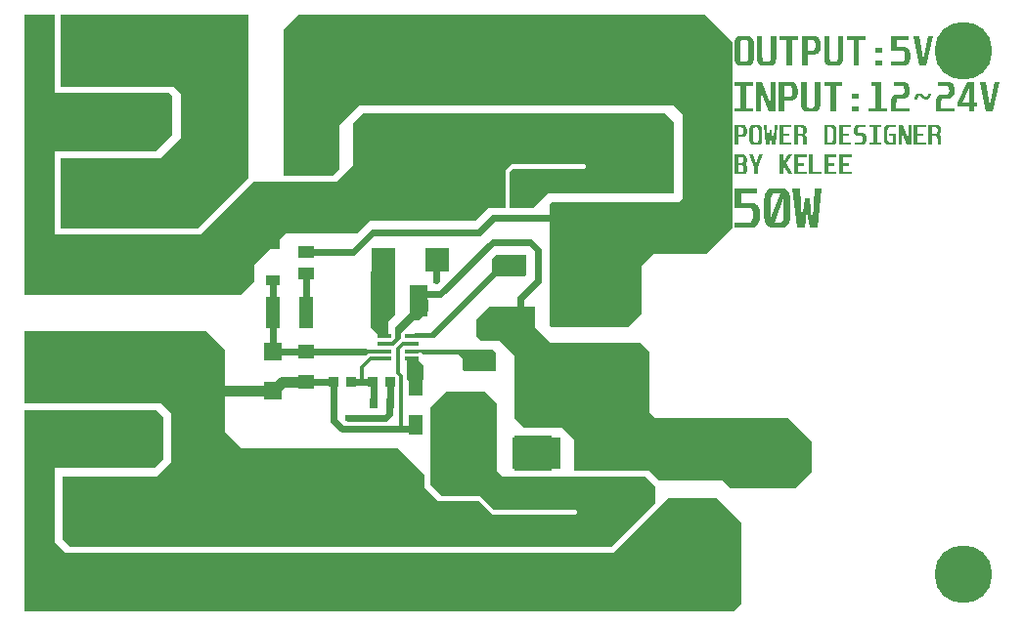
<source format=gtl>
G04*
G04 #@! TF.GenerationSoftware,Altium Limited,Altium Designer,20.2.8 (258)*
G04*
G04 Layer_Physical_Order=1*
G04 Layer_Color=255*
%FSLAX25Y25*%
%MOIN*%
G70*
G04*
G04 #@! TF.SameCoordinates,527F6DBC-4CBC-4D53-8A28-EBD6D6C4F68D*
G04*
G04*
G04 #@! TF.FilePolarity,Positive*
G04*
G01*
G75*
%ADD19R,0.06299X0.06000*%
%ADD20R,0.06437X0.10630*%
%ADD21O,0.04811X0.01433*%
%ADD22R,0.07874X0.07874*%
%ADD23R,0.04724X0.03661*%
%ADD24R,0.05512X0.04724*%
%ADD25R,0.05421X0.04459*%
%ADD26R,0.03150X0.03543*%
%ADD27R,0.05102X0.06919*%
%ADD28R,0.05049X0.11055*%
%ADD29R,0.03175X0.03402*%
%ADD30R,0.09843X0.04724*%
%ADD31R,0.25591X0.23622*%
%ADD32R,0.09354X0.08691*%
%ADD33R,0.10630X0.06437*%
%ADD34R,0.11929X0.15039*%
%ADD35C,0.02400*%
%ADD36C,0.03600*%
%ADD63C,0.01200*%
%ADD64R,0.13000X0.12000*%
%ADD65C,0.13780*%
%ADD66C,0.06299*%
%ADD67C,0.19685*%
%ADD68C,0.19685*%
%ADD69C,0.09055*%
%ADD70C,0.03600*%
%ADD71C,0.05000*%
%ADD72C,0.02400*%
G36*
X243500Y196500D02*
X243500Y133500D01*
X234500Y124500D01*
X216500Y124500D01*
X212300Y120300D01*
X212300Y103800D01*
X208500Y100000D01*
X208000Y99500D01*
X181500D01*
X181000Y100000D01*
Y141166D01*
X181834Y142000D01*
X225000Y142000D01*
X226500Y143500D01*
X226500Y172000D01*
X223500Y175000D01*
X116000Y175000D01*
X109500Y168500D01*
X109500Y153500D01*
X107000Y151000D01*
X90500D01*
Y201144D01*
X95356Y206000D01*
X234000D01*
X243500Y196500D01*
D02*
G37*
G36*
X12500Y179500D02*
X51500D01*
X52500Y178500D01*
Y165000D01*
X47000Y159500D01*
X12500D01*
Y131000D01*
X62000Y131000D01*
X80000Y149000D01*
X108500D01*
X114000Y154500D01*
Y169000D01*
X117500Y172500D01*
X220500D01*
X223500Y169500D01*
Y145000D01*
X180500D01*
X175500Y140000D01*
X167500D01*
Y152500D01*
X168500Y153500D01*
X193000D01*
X193500Y154000D01*
Y154500D01*
X193000Y155000D01*
X168000D01*
X166000Y153000D01*
X166000Y145000D01*
Y140000D01*
X160064Y140000D01*
X155560Y135600D01*
X119600Y135600D01*
X115500Y131500D01*
X91000Y131500D01*
X80400Y120900D01*
X80400Y115000D01*
X75900Y110500D01*
X2000D01*
Y206000D01*
X12500D01*
Y179500D01*
D02*
G37*
G36*
X78500Y150500D02*
X61000Y133000D01*
X14500Y133000D01*
Y157000D01*
X48500D01*
X55500Y164000D01*
Y179000D01*
X53000Y181500D01*
X14500D01*
Y206000D01*
X78500D01*
Y150500D01*
D02*
G37*
G36*
X173000Y117500D02*
X172400Y116900D01*
X162900D01*
X141700Y95700D01*
X134068Y95700D01*
X134067Y96900D01*
X134400Y96900D01*
X135000Y97500D01*
X140500Y97500D01*
X161500Y118500D01*
X161500Y122600D01*
X163100Y124200D01*
X173000Y124200D01*
X173000Y117500D01*
D02*
G37*
G36*
X128400Y103700D02*
X126100Y101400D01*
X126100Y96400D01*
X122900D01*
X120100Y99200D01*
Y118400D01*
X124200Y122500D01*
X128400D01*
X128400Y103700D01*
D02*
G37*
G36*
X139600Y105011D02*
X136189Y101600D01*
X134600Y101600D01*
X130300Y97300D01*
X130300Y95600D01*
X127900Y93200D01*
X125600Y93200D01*
Y94400D01*
X127000Y94400D01*
X128200Y95600D01*
X128200Y99200D01*
X133500Y104500D01*
X133500Y107500D01*
X134581Y108581D01*
X139600D01*
X139600Y105011D01*
D02*
G37*
G36*
X162850Y90650D02*
X162850Y84850D01*
X162500Y84500D01*
X152000D01*
X151500Y85000D01*
X151500Y88500D01*
X150000Y90000D01*
X138000Y90000D01*
X137400Y90600D01*
X134069Y90600D01*
Y91800D01*
X161700Y91800D01*
X162850Y90650D01*
D02*
G37*
G36*
X138000Y86400D02*
X138000Y81500D01*
X135839Y79339D01*
X134761Y79339D01*
X132400Y81700D01*
X132400Y84200D01*
Y88600D01*
X135800Y88600D01*
X138000Y86400D01*
D02*
G37*
G36*
X64000Y98000D02*
X70500Y91500D01*
X70500Y63500D01*
X76000Y58000D01*
X129500Y58000D01*
X138500Y49000D01*
Y44500D01*
X143000Y40000D01*
X157000D01*
X161500Y35500D01*
X190000D01*
X190500Y36000D01*
Y36500D01*
X190000Y37000D01*
X162100Y37000D01*
X157500Y41600D01*
X144400Y41600D01*
X140500Y45500D01*
Y72000D01*
X146000Y77500D01*
X159000D01*
X163000Y73500D01*
X163000Y50500D01*
X165000Y48500D01*
X213500Y48500D01*
X217000Y45000D01*
X217000Y39500D01*
X202000Y24500D01*
X17500Y24500D01*
X15000Y27000D01*
X15000Y48500D01*
X47000Y48500D01*
X52000Y53500D01*
X52000Y70000D01*
X48500Y73500D01*
X2000Y73500D01*
Y98000D01*
X64000Y98000D01*
D02*
G37*
G36*
X176000Y99500D02*
X181500Y94000D01*
X212000Y94000D01*
X215000Y91000D01*
X215000Y70500D01*
X217000Y68500D01*
X262500Y68500D01*
X270500Y60500D01*
Y50000D01*
X265000Y44500D01*
X242500D01*
X240000Y47000D01*
X218500Y47000D01*
X215000Y50500D01*
X189500D01*
X189500Y61000D01*
X185500Y65000D01*
X172500Y65000D01*
X169000Y68500D01*
X169000Y89500D01*
X163900Y94600D01*
X157700D01*
X156000Y96300D01*
Y102000D01*
X160500Y106500D01*
X176000Y106500D01*
X176000Y99500D01*
D02*
G37*
G36*
X49500Y68500D02*
Y54500D01*
X46500Y51500D01*
X12500D01*
Y26000D01*
X16000Y22500D01*
X203000D01*
X216500Y36000D01*
X221500Y41000D01*
X238000Y41000D01*
X246500Y32500D01*
X246500Y5000D01*
X244000Y2500D01*
X2000Y2500D01*
Y71000D01*
X47000D01*
X49500Y68500D01*
D02*
G37*
G36*
X310902Y179121D02*
Y179079D01*
Y178996D01*
X310888Y178913D01*
X310874Y178802D01*
X310860Y178691D01*
X310804Y178427D01*
Y178413D01*
X310791Y178372D01*
X310763Y178302D01*
X310735Y178219D01*
X310652Y178011D01*
X310541Y177789D01*
X310527Y177775D01*
X310513Y177747D01*
X310471Y177691D01*
X310430Y177622D01*
X310305Y177483D01*
X310138Y177331D01*
X310124D01*
X310097Y177303D01*
X310055Y177275D01*
X309999Y177247D01*
X309833Y177192D01*
X309736Y177178D01*
X309639Y177164D01*
X308889D01*
X308820Y177178D01*
X308736Y177192D01*
X308528Y177247D01*
X308431Y177289D01*
X308334Y177344D01*
X308320Y177358D01*
X308306Y177372D01*
X308264Y177414D01*
X308209Y177469D01*
X308084Y177608D01*
X307959Y177761D01*
Y177775D01*
X307931Y177803D01*
X307904Y177844D01*
X307862Y177900D01*
X307751Y178038D01*
X307612Y178177D01*
X307598Y178191D01*
X307584Y178205D01*
X307543Y178233D01*
X307487Y178274D01*
X307404Y178316D01*
X307321Y178344D01*
X307223Y178358D01*
X307099Y178372D01*
X307071D01*
X306987Y178358D01*
X306876Y178316D01*
X306765Y178247D01*
X306751Y178233D01*
X306696Y178163D01*
X306627Y178080D01*
X306557Y177955D01*
Y177941D01*
X306543Y177927D01*
X306516Y177844D01*
X306488Y177733D01*
X306446Y177580D01*
Y177567D01*
Y177539D01*
X306432Y177497D01*
Y177455D01*
X306418Y177317D01*
X306404Y177150D01*
X305433D01*
Y177164D01*
Y177219D01*
Y177289D01*
X305447Y177386D01*
Y177511D01*
X305461Y177636D01*
X305502Y177900D01*
Y177913D01*
X305516Y177955D01*
X305530Y178025D01*
X305558Y178122D01*
X305613Y178316D01*
X305711Y178538D01*
X305724Y178552D01*
X305738Y178580D01*
X305766Y178635D01*
X305808Y178691D01*
X305919Y178843D01*
X306058Y178968D01*
X306071Y178982D01*
X306099Y178996D01*
X306141Y179024D01*
X306196Y179052D01*
X306363Y179107D01*
X306446Y179135D01*
X307543D01*
X307598Y179121D01*
X307668D01*
X307848Y179066D01*
X307931Y179024D01*
X308015Y178968D01*
X308028Y178955D01*
X308056Y178941D01*
X308098Y178899D01*
X308153Y178857D01*
X308278Y178746D01*
X308417Y178594D01*
X308431Y178580D01*
X308445Y178566D01*
X308542Y178469D01*
X308653Y178344D01*
X308792Y178219D01*
X308806D01*
X308834Y178191D01*
X308861Y178163D01*
X308917Y178136D01*
X309069Y178080D01*
X309153Y178066D01*
X309250Y178052D01*
X309305D01*
X309361Y178066D01*
X309430Y178094D01*
X309514Y178122D01*
X309597Y178177D01*
X309680Y178247D01*
X309750Y178344D01*
X309763Y178358D01*
X309777Y178399D01*
X309805Y178469D01*
X309847Y178552D01*
X309875Y178677D01*
X309902Y178802D01*
X309916Y178968D01*
X309930Y179135D01*
X310902D01*
Y179121D01*
D02*
G37*
G36*
X286417Y177400D02*
X284127D01*
Y179079D01*
X286417D01*
Y177400D01*
D02*
G37*
G36*
X257977Y173000D02*
X255798D01*
X252994Y179760D01*
Y173000D01*
X251481D01*
Y183091D01*
X253411D01*
X256450Y175498D01*
Y183091D01*
X257977D01*
Y173000D01*
D02*
G37*
G36*
X332166D02*
X329792D01*
X327655Y183091D01*
X329584D01*
X330958Y175013D01*
X331153D01*
X332721Y183091D01*
X334498D01*
X332166Y173000D01*
D02*
G37*
G36*
X273287Y175734D02*
Y175707D01*
Y175637D01*
Y175526D01*
X273273Y175387D01*
X273259Y175221D01*
X273231Y175027D01*
X273148Y174652D01*
Y174624D01*
X273120Y174568D01*
X273093Y174471D01*
X273051Y174360D01*
X272995Y174221D01*
X272926Y174069D01*
X272759Y173777D01*
X272745Y173763D01*
X272718Y173722D01*
X272662Y173652D01*
X272593Y173569D01*
X272496Y173486D01*
X272398Y173389D01*
X272274Y173292D01*
X272149Y173208D01*
X272135Y173194D01*
X272093Y173180D01*
X272010Y173139D01*
X271913Y173111D01*
X271802Y173069D01*
X271663Y173028D01*
X271510Y173014D01*
X271344Y173000D01*
X268568D01*
X268484Y173014D01*
X268373Y173028D01*
X268248Y173056D01*
X268110Y173083D01*
X267971Y173139D01*
X267832Y173208D01*
X267818Y173222D01*
X267776Y173250D01*
X267707Y173292D01*
X267624Y173361D01*
X267541Y173444D01*
X267429Y173541D01*
X267332Y173652D01*
X267235Y173777D01*
X267221Y173791D01*
X267194Y173847D01*
X267152Y173916D01*
X267096Y174027D01*
X267027Y174152D01*
X266971Y174305D01*
X266902Y174471D01*
X266846Y174652D01*
Y174680D01*
X266833Y174735D01*
X266805Y174846D01*
X266791Y174971D01*
X266763Y175137D01*
X266735Y175318D01*
X266722Y175526D01*
Y175734D01*
Y183091D01*
X268568D01*
Y175734D01*
Y175721D01*
Y175679D01*
Y175623D01*
X268582Y175554D01*
X268595Y175360D01*
X268623Y175151D01*
Y175137D01*
X268637Y175110D01*
X268651Y175054D01*
X268679Y174999D01*
X268734Y174846D01*
X268804Y174680D01*
Y174666D01*
X268831Y174652D01*
X268887Y174568D01*
X268970Y174457D01*
X269081Y174360D01*
X269095D01*
X269109Y174346D01*
X269192Y174305D01*
X269303Y174249D01*
X269456Y174235D01*
X270566D01*
X270663Y174249D01*
X270775Y174291D01*
X270899Y174360D01*
X270913D01*
X270927Y174388D01*
X270997Y174443D01*
X271094Y174555D01*
X271177Y174680D01*
Y174693D01*
X271191Y174721D01*
X271219Y174763D01*
X271246Y174818D01*
X271288Y174971D01*
X271344Y175151D01*
Y175165D01*
X271357Y175207D01*
X271371Y175262D01*
X271385Y175332D01*
Y175415D01*
X271399Y175512D01*
X271413Y175734D01*
Y183091D01*
X273287D01*
Y175734D01*
D02*
G37*
G36*
X325712Y176012D02*
X326753D01*
Y174804D01*
X325712D01*
Y173000D01*
X323921D01*
Y174804D01*
X320132D01*
Y176165D01*
X323338Y183091D01*
X325712D01*
Y176012D01*
D02*
G37*
G36*
X317272Y183077D02*
X317384Y183063D01*
X317495Y183035D01*
X317633Y182994D01*
X317758Y182938D01*
X317897Y182869D01*
X317911Y182855D01*
X317953Y182827D01*
X318022Y182772D01*
X318105Y182716D01*
X318202Y182619D01*
X318314Y182522D01*
X318411Y182397D01*
X318508Y182258D01*
X318522Y182244D01*
X318549Y182189D01*
X318605Y182105D01*
X318660Y181994D01*
X318716Y181869D01*
X318785Y181717D01*
X318855Y181536D01*
X318910Y181356D01*
Y181328D01*
X318938Y181272D01*
X318952Y181161D01*
X318980Y181036D01*
X319007Y180870D01*
X319021Y180690D01*
X319049Y180481D01*
Y180259D01*
Y180231D01*
Y180162D01*
Y180051D01*
X319035Y179912D01*
X319021Y179746D01*
X318994Y179551D01*
X318910Y179177D01*
Y179149D01*
X318883Y179093D01*
X318855Y178996D01*
X318813Y178885D01*
X318758Y178746D01*
X318688Y178594D01*
X318522Y178302D01*
X318508Y178288D01*
X318480Y178247D01*
X318425Y178177D01*
X318355Y178094D01*
X318258Y178011D01*
X318161Y177913D01*
X318036Y177816D01*
X317911Y177733D01*
X317897Y177719D01*
X317856Y177705D01*
X317772Y177664D01*
X317689Y177636D01*
X317564Y177594D01*
X317425Y177553D01*
X317286Y177539D01*
X317120Y177525D01*
X315191D01*
X315093Y177497D01*
X314968Y177442D01*
X314899Y177400D01*
X314830Y177344D01*
X314760Y177261D01*
X314691Y177164D01*
X314621Y177039D01*
X314566Y176886D01*
X314510Y176720D01*
X314469Y176525D01*
X314455Y176290D01*
X314441Y176026D01*
Y174235D01*
X319091D01*
Y173000D01*
X312539D01*
Y176026D01*
Y176040D01*
Y176054D01*
Y176123D01*
X312553Y176248D01*
Y176387D01*
X312567Y176553D01*
X312595Y176748D01*
X312664Y177122D01*
Y177150D01*
X312692Y177206D01*
X312720Y177303D01*
X312761Y177414D01*
X312803Y177553D01*
X312873Y177705D01*
X313025Y177997D01*
X313039Y178011D01*
X313067Y178052D01*
X313122Y178122D01*
X313192Y178205D01*
X313275Y178302D01*
X313386Y178399D01*
X313497Y178497D01*
X313622Y178580D01*
X313636Y178594D01*
X313678Y178607D01*
X313761Y178649D01*
X313858Y178691D01*
X313969Y178719D01*
X314108Y178760D01*
X314247Y178774D01*
X314413Y178788D01*
X316315D01*
X316370Y178802D01*
X316440Y178816D01*
X316537Y178843D01*
X316648Y178899D01*
X316759Y178968D01*
X316856Y179079D01*
X316953Y179218D01*
X316967Y179232D01*
X316995Y179302D01*
X317037Y179385D01*
X317078Y179510D01*
X317120Y179676D01*
X317161Y179857D01*
X317189Y180065D01*
X317203Y180301D01*
Y180315D01*
Y180329D01*
Y180412D01*
X317189Y180537D01*
X317175Y180676D01*
X317148Y180856D01*
X317092Y181036D01*
X317037Y181217D01*
X316953Y181384D01*
X316939Y181397D01*
X316912Y181453D01*
X316856Y181522D01*
X316787Y181606D01*
X316690Y181689D01*
X316579Y181758D01*
X316454Y181814D01*
X316301Y181828D01*
X313483D01*
Y183091D01*
X317189D01*
X317272Y183077D01*
D02*
G37*
G36*
X302005D02*
X302116Y183063D01*
X302227Y183035D01*
X302365Y182994D01*
X302490Y182938D01*
X302629Y182869D01*
X302643Y182855D01*
X302685Y182827D01*
X302754Y182772D01*
X302837Y182716D01*
X302935Y182619D01*
X303046Y182522D01*
X303143Y182397D01*
X303240Y182258D01*
X303254Y182244D01*
X303281Y182189D01*
X303337Y182105D01*
X303393Y181994D01*
X303448Y181869D01*
X303517Y181717D01*
X303587Y181536D01*
X303642Y181356D01*
Y181328D01*
X303670Y181272D01*
X303684Y181161D01*
X303712Y181036D01*
X303740Y180870D01*
X303753Y180690D01*
X303781Y180481D01*
Y180259D01*
Y180231D01*
Y180162D01*
Y180051D01*
X303767Y179912D01*
X303753Y179746D01*
X303726Y179551D01*
X303642Y179177D01*
Y179149D01*
X303615Y179093D01*
X303587Y178996D01*
X303545Y178885D01*
X303490Y178746D01*
X303420Y178594D01*
X303254Y178302D01*
X303240Y178288D01*
X303212Y178247D01*
X303157Y178177D01*
X303087Y178094D01*
X302990Y178011D01*
X302893Y177913D01*
X302768Y177816D01*
X302643Y177733D01*
X302629Y177719D01*
X302588Y177705D01*
X302504Y177664D01*
X302421Y177636D01*
X302296Y177594D01*
X302157Y177553D01*
X302018Y177539D01*
X301852Y177525D01*
X299922D01*
X299825Y177497D01*
X299700Y177442D01*
X299631Y177400D01*
X299562Y177344D01*
X299492Y177261D01*
X299423Y177164D01*
X299353Y177039D01*
X299298Y176886D01*
X299242Y176720D01*
X299201Y176525D01*
X299187Y176290D01*
X299173Y176026D01*
Y174235D01*
X303823D01*
Y173000D01*
X297271D01*
Y176026D01*
Y176040D01*
Y176054D01*
Y176123D01*
X297285Y176248D01*
Y176387D01*
X297299Y176553D01*
X297327Y176748D01*
X297396Y177122D01*
Y177150D01*
X297424Y177206D01*
X297452Y177303D01*
X297494Y177414D01*
X297535Y177553D01*
X297605Y177705D01*
X297757Y177997D01*
X297771Y178011D01*
X297799Y178052D01*
X297854Y178122D01*
X297924Y178205D01*
X298007Y178302D01*
X298118Y178399D01*
X298229Y178497D01*
X298354Y178580D01*
X298368Y178594D01*
X298410Y178607D01*
X298493Y178649D01*
X298590Y178691D01*
X298701Y178719D01*
X298840Y178760D01*
X298979Y178774D01*
X299145Y178788D01*
X301047D01*
X301102Y178802D01*
X301172Y178816D01*
X301269Y178843D01*
X301380Y178899D01*
X301491Y178968D01*
X301588Y179079D01*
X301685Y179218D01*
X301699Y179232D01*
X301727Y179302D01*
X301769Y179385D01*
X301810Y179510D01*
X301852Y179676D01*
X301893Y179857D01*
X301921Y180065D01*
X301935Y180301D01*
Y180315D01*
Y180329D01*
Y180412D01*
X301921Y180537D01*
X301907Y180676D01*
X301880Y180856D01*
X301824Y181036D01*
X301769Y181217D01*
X301685Y181384D01*
X301671Y181397D01*
X301644Y181453D01*
X301588Y181522D01*
X301519Y181606D01*
X301422Y181689D01*
X301310Y181758D01*
X301186Y181814D01*
X301033Y181828D01*
X298215D01*
Y183091D01*
X301921D01*
X302005Y183077D01*
D02*
G37*
G36*
X293954Y174235D02*
X296092D01*
Y173000D01*
X289721D01*
Y174235D01*
X292025D01*
Y181800D01*
X290540D01*
Y183091D01*
X293954D01*
Y174235D01*
D02*
G37*
G36*
X286417Y173000D02*
X284127D01*
Y174666D01*
X286417D01*
Y173000D01*
D02*
G37*
G36*
X280740Y181828D02*
X278644D01*
Y173000D01*
X276729D01*
Y181828D01*
X274536D01*
Y183091D01*
X280740D01*
Y181828D01*
D02*
G37*
G36*
X263835Y183077D02*
X263932Y183063D01*
X264057Y183021D01*
X264181Y182980D01*
X264306Y182910D01*
X264445Y182827D01*
X264459Y182813D01*
X264501Y182785D01*
X264570Y182730D01*
X264653Y182647D01*
X264751Y182549D01*
X264862Y182438D01*
X264959Y182300D01*
X265056Y182147D01*
X265070Y182133D01*
X265098Y182078D01*
X265139Y181980D01*
X265195Y181855D01*
X265264Y181717D01*
X265320Y181536D01*
X265389Y181342D01*
X265445Y181134D01*
X265458Y181106D01*
X265472Y181036D01*
X265500Y180912D01*
X265528Y180759D01*
X265556Y180578D01*
X265569Y180370D01*
X265597Y180148D01*
Y179912D01*
Y179898D01*
Y179885D01*
Y179801D01*
Y179676D01*
X265583Y179510D01*
X265569Y179315D01*
X265542Y179107D01*
X265458Y178677D01*
Y178649D01*
X265431Y178580D01*
X265403Y178483D01*
X265361Y178344D01*
X265306Y178191D01*
X265236Y178038D01*
X265070Y177705D01*
X265056Y177691D01*
X265028Y177636D01*
X264973Y177567D01*
X264903Y177469D01*
X264806Y177372D01*
X264709Y177261D01*
X264584Y177164D01*
X264459Y177067D01*
X264445Y177053D01*
X264404Y177039D01*
X264320Y176997D01*
X264237Y176956D01*
X264112Y176914D01*
X263987Y176886D01*
X263835Y176859D01*
X263682Y176845D01*
X261058D01*
Y173000D01*
X259129D01*
Y183091D01*
X263751D01*
X263835Y183077D01*
D02*
G37*
G36*
X250190Y181828D02*
X248081D01*
Y174235D01*
X250190D01*
Y173000D01*
X244000D01*
Y174235D01*
X246137D01*
Y181828D01*
X244000D01*
Y183091D01*
X250190D01*
Y181828D01*
D02*
G37*
G36*
X272376Y133400D02*
X269673D01*
X268822Y138935D01*
X268729D01*
X267915Y133400D01*
X265194D01*
X263824Y146857D01*
X266194D01*
X267008Y136232D01*
X267082D01*
X268007Y143358D01*
X269562D01*
X270469Y136195D01*
X270562D01*
X271358Y146857D01*
X273727D01*
X272376Y133400D01*
D02*
G37*
G36*
X260622Y146838D02*
X260752Y146820D01*
X260918Y146783D01*
X261085Y146727D01*
X261251Y146653D01*
X261436Y146561D01*
X261455Y146542D01*
X261510Y146505D01*
X261603Y146449D01*
X261714Y146357D01*
X261844Y146246D01*
X261992Y146116D01*
X262121Y145968D01*
X262251Y145783D01*
X262269Y145765D01*
X262306Y145691D01*
X262380Y145598D01*
X262455Y145450D01*
X262528Y145283D01*
X262621Y145080D01*
X262714Y144839D01*
X262788Y144599D01*
X262806Y144562D01*
X262825Y144488D01*
X262862Y144339D01*
X262899Y144173D01*
X262936Y143951D01*
X262954Y143710D01*
X262991Y143432D01*
Y143155D01*
Y137047D01*
Y137009D01*
Y136917D01*
Y136769D01*
X262973Y136584D01*
X262954Y136362D01*
X262917Y136121D01*
X262806Y135621D01*
Y135584D01*
X262769Y135510D01*
X262732Y135381D01*
X262677Y135232D01*
X262603Y135047D01*
X262510Y134844D01*
X262269Y134455D01*
X262251Y134437D01*
X262214Y134381D01*
X262140Y134289D01*
X262047Y134177D01*
X261918Y134048D01*
X261788Y133918D01*
X261621Y133789D01*
X261455Y133678D01*
X261436Y133659D01*
X261381Y133641D01*
X261270Y133585D01*
X261159Y133548D01*
X260992Y133493D01*
X260826Y133437D01*
X260622Y133419D01*
X260418Y133400D01*
X256679D01*
X256568Y133419D01*
X256420Y133437D01*
X256254Y133474D01*
X256068Y133511D01*
X255883Y133585D01*
X255698Y133678D01*
X255680Y133696D01*
X255624Y133733D01*
X255532Y133789D01*
X255421Y133881D01*
X255310Y133992D01*
X255161Y134122D01*
X255032Y134270D01*
X254902Y134455D01*
X254884Y134474D01*
X254847Y134548D01*
X254791Y134640D01*
X254717Y134788D01*
X254625Y134955D01*
X254532Y135158D01*
X254440Y135381D01*
X254366Y135621D01*
Y135658D01*
X254329Y135732D01*
X254310Y135880D01*
X254273Y136047D01*
X254236Y136269D01*
X254218Y136510D01*
X254181Y136769D01*
Y137047D01*
Y143155D01*
Y143192D01*
Y143284D01*
X254199Y143432D01*
Y143636D01*
X254218Y143858D01*
X254255Y144099D01*
X254366Y144599D01*
X254384Y144636D01*
X254403Y144710D01*
X254440Y144839D01*
X254514Y145006D01*
X254588Y145191D01*
X254680Y145395D01*
X254902Y145783D01*
X254921Y145802D01*
X254958Y145857D01*
X255032Y145950D01*
X255143Y146061D01*
X255254Y146190D01*
X255402Y146320D01*
X255550Y146449D01*
X255717Y146561D01*
X255735Y146579D01*
X255809Y146616D01*
X255902Y146653D01*
X256031Y146709D01*
X256180Y146764D01*
X256365Y146820D01*
X256568Y146838D01*
X256772Y146857D01*
X260511D01*
X260622Y146838D01*
D02*
G37*
G36*
X251793Y145172D02*
X246499D01*
Y141729D01*
X250386D01*
X250497Y141711D01*
X250645Y141692D01*
X250793Y141656D01*
X250978Y141600D01*
X251145Y141526D01*
X251330Y141415D01*
X251348Y141396D01*
X251404Y141359D01*
X251497Y141285D01*
X251608Y141193D01*
X251737Y141063D01*
X251867Y140915D01*
X251996Y140749D01*
X252126Y140563D01*
X252144Y140545D01*
X252181Y140471D01*
X252237Y140360D01*
X252311Y140212D01*
X252403Y140027D01*
X252478Y139823D01*
X252552Y139582D01*
X252626Y139323D01*
Y139286D01*
X252663Y139194D01*
X252681Y139064D01*
X252718Y138879D01*
X252755Y138657D01*
X252774Y138416D01*
X252811Y138139D01*
Y137861D01*
Y137824D01*
Y137713D01*
X252792Y137546D01*
Y137343D01*
X252755Y137102D01*
X252718Y136824D01*
X252681Y136510D01*
X252607Y136214D01*
Y136177D01*
X252570Y136084D01*
X252533Y135917D01*
X252459Y135732D01*
X252385Y135510D01*
X252292Y135269D01*
X252052Y134770D01*
X252033Y134751D01*
X251996Y134677D01*
X251922Y134548D01*
X251811Y134418D01*
X251682Y134251D01*
X251552Y134085D01*
X251385Y133918D01*
X251200Y133770D01*
X251182Y133752D01*
X251126Y133715D01*
X251015Y133659D01*
X250886Y133585D01*
X250738Y133511D01*
X250553Y133456D01*
X250367Y133419D01*
X250164Y133400D01*
X244000D01*
Y135047D01*
X249109D01*
X249164Y135066D01*
X249238Y135084D01*
X249405Y135158D01*
X249498Y135214D01*
X249590Y135288D01*
X249608Y135307D01*
X249627Y135325D01*
X249683Y135381D01*
X249738Y135455D01*
X249849Y135658D01*
X249979Y135917D01*
Y135936D01*
X250016Y135991D01*
X250034Y136065D01*
X250071Y136177D01*
X250108Y136306D01*
X250164Y136454D01*
X250238Y136806D01*
Y136824D01*
X250256Y136898D01*
X250275Y136991D01*
X250293Y137120D01*
Y137269D01*
X250312Y137454D01*
X250330Y137824D01*
Y137842D01*
Y137879D01*
Y137935D01*
Y137990D01*
X250312Y138194D01*
X250293Y138435D01*
X250256Y138694D01*
X250219Y138971D01*
X250145Y139231D01*
X250053Y139471D01*
X250034Y139490D01*
X249997Y139564D01*
X249942Y139656D01*
X249849Y139767D01*
X249738Y139878D01*
X249590Y139971D01*
X249423Y140045D01*
X249220Y140064D01*
X244000D01*
Y146857D01*
X251793D01*
Y145172D01*
D02*
G37*
G36*
X261704Y155374D02*
X263684Y151600D01*
X262260D01*
X260650Y154736D01*
X260548Y154727D01*
Y151600D01*
X259244D01*
Y158325D01*
X260548D01*
Y155763D01*
X260641D01*
X262361Y158325D01*
X263703D01*
X261704Y155374D01*
D02*
G37*
G36*
X251918Y154014D02*
Y151600D01*
X250623D01*
Y154033D01*
X248939Y158325D01*
X250336D01*
X251289Y155115D01*
X251326D01*
X252279Y158325D01*
X253657D01*
X251918Y154014D01*
D02*
G37*
G36*
X283877Y157483D02*
X281065D01*
Y155383D01*
X283109D01*
Y154560D01*
X281065D01*
Y152423D01*
X283877D01*
Y151600D01*
X279761D01*
Y158325D01*
X283877D01*
Y157483D01*
D02*
G37*
G36*
X278789D02*
X275977D01*
Y155383D01*
X278022D01*
Y154560D01*
X275977D01*
Y152423D01*
X278789D01*
Y151600D01*
X274673D01*
Y158325D01*
X278789D01*
Y157483D01*
D02*
G37*
G36*
X270788Y152423D02*
X273766D01*
Y151600D01*
X269502D01*
Y158325D01*
X270788D01*
Y152423D01*
D02*
G37*
G36*
X268614Y157483D02*
X265802D01*
Y155383D01*
X267846D01*
Y154560D01*
X265802D01*
Y152423D01*
X268614D01*
Y151600D01*
X264498D01*
Y158325D01*
X268614D01*
Y157483D01*
D02*
G37*
G36*
X247099Y158316D02*
X247173Y158306D01*
X247256Y158288D01*
X247348Y158260D01*
X247432Y158223D01*
X247524Y158177D01*
X247533Y158168D01*
X247561Y158149D01*
X247607Y158121D01*
X247663Y158075D01*
X247728Y158019D01*
X247802Y157955D01*
X247867Y157881D01*
X247931Y157788D01*
X247940Y157779D01*
X247959Y157742D01*
X247996Y157696D01*
X248033Y157622D01*
X248070Y157538D01*
X248116Y157437D01*
X248163Y157317D01*
X248200Y157196D01*
Y157178D01*
X248218Y157141D01*
X248227Y157067D01*
X248246Y156983D01*
X248264Y156872D01*
X248273Y156752D01*
X248292Y156614D01*
Y156475D01*
Y156465D01*
Y156456D01*
Y156429D01*
Y156392D01*
X248283Y156308D01*
X248273Y156188D01*
X248255Y156059D01*
X248236Y155920D01*
X248200Y155781D01*
X248153Y155642D01*
X248144Y155624D01*
X248126Y155587D01*
X248098Y155522D01*
X248052Y155439D01*
X247996Y155346D01*
X247922Y155254D01*
X247830Y155161D01*
X247728Y155078D01*
X247737D01*
X247756Y155060D01*
X247783Y155041D01*
X247820Y155013D01*
X247903Y154921D01*
X247996Y154800D01*
X248005Y154791D01*
X248014Y154773D01*
X248042Y154736D01*
X248070Y154690D01*
X248107Y154625D01*
X248144Y154560D01*
X248218Y154403D01*
Y154393D01*
X248236Y154366D01*
X248246Y154320D01*
X248273Y154264D01*
X248292Y154199D01*
X248320Y154116D01*
X248357Y153940D01*
Y153931D01*
X248366Y153903D01*
X248375Y153857D01*
X248384Y153792D01*
X248394Y153718D01*
X248403Y153644D01*
X248412Y153478D01*
Y153459D01*
Y153413D01*
Y153330D01*
X248403Y153237D01*
X248394Y153126D01*
X248375Y152997D01*
X248320Y152738D01*
Y152719D01*
X248301Y152682D01*
X248283Y152618D01*
X248255Y152534D01*
X248218Y152442D01*
X248172Y152340D01*
X248052Y152137D01*
X248042Y152127D01*
X248024Y152100D01*
X247987Y152053D01*
X247940Y151998D01*
X247876Y151933D01*
X247811Y151868D01*
X247728Y151794D01*
X247644Y151739D01*
X247635Y151730D01*
X247607Y151720D01*
X247552Y151692D01*
X247497Y151674D01*
X247413Y151646D01*
X247321Y151619D01*
X247228Y151609D01*
X247117Y151600D01*
X244000D01*
Y158325D01*
X247043D01*
X247099Y158316D01*
D02*
G37*
G36*
X304282Y161700D02*
X302830D01*
X300961Y166205D01*
Y161700D01*
X299953D01*
Y168425D01*
X301239D01*
X303265Y163365D01*
Y168425D01*
X304282D01*
Y161700D01*
D02*
G37*
G36*
X258134D02*
X256784D01*
X256358Y164466D01*
X256312D01*
X255905Y161700D01*
X254545D01*
X253860Y168425D01*
X255045D01*
X255451Y163115D01*
X255488D01*
X255951Y166676D01*
X256728D01*
X257181Y163097D01*
X257227D01*
X257625Y168425D01*
X258809D01*
X258134Y161700D01*
D02*
G37*
G36*
X313033Y168415D02*
X313098D01*
X313172Y168406D01*
X313338Y168369D01*
X313523Y168314D01*
X313708Y168240D01*
X313893Y168129D01*
X313967Y168055D01*
X314041Y167981D01*
Y167972D01*
X314059Y167962D01*
X314078Y167935D01*
X314096Y167897D01*
X314124Y167851D01*
X314161Y167796D01*
X314189Y167722D01*
X314226Y167639D01*
X314263Y167546D01*
X314291Y167444D01*
X314328Y167324D01*
X314355Y167194D01*
X314374Y167056D01*
X314392Y166899D01*
X314411Y166732D01*
Y166556D01*
Y166547D01*
Y166538D01*
Y166510D01*
Y166473D01*
X314402Y166371D01*
X314383Y166251D01*
X314365Y166112D01*
X314328Y165964D01*
X314282Y165807D01*
X314217Y165659D01*
X314208Y165640D01*
X314180Y165594D01*
X314134Y165530D01*
X314069Y165446D01*
X313976Y165354D01*
X313865Y165261D01*
X313726Y165169D01*
X313560Y165085D01*
X313569D01*
X313597Y165076D01*
X313634Y165058D01*
X313680Y165039D01*
X313801Y164984D01*
X313921Y164910D01*
X313930D01*
X313948Y164891D01*
X313976Y164873D01*
X314022Y164845D01*
X314106Y164762D01*
X314198Y164660D01*
X314208Y164651D01*
X314217Y164632D01*
X314235Y164604D01*
X314263Y164558D01*
X314291Y164503D01*
X314328Y164447D01*
X314374Y164299D01*
Y164290D01*
X314383Y164262D01*
X314392Y164216D01*
X314411Y164161D01*
X314420Y164086D01*
X314429Y164003D01*
X314439Y163911D01*
Y163809D01*
Y161700D01*
X313209D01*
Y163328D01*
Y163347D01*
Y163383D01*
Y163448D01*
X313199Y163531D01*
X313190Y163624D01*
X313181Y163735D01*
X313135Y163976D01*
X313060Y164207D01*
X313014Y164318D01*
X312949Y164410D01*
X312885Y164494D01*
X312802Y164558D01*
X312709Y164595D01*
X312598Y164614D01*
X311442D01*
Y161700D01*
X310156D01*
Y168425D01*
X312977D01*
X313033Y168415D01*
D02*
G37*
G36*
X309268Y167583D02*
X306456D01*
Y165483D01*
X308500D01*
Y164660D01*
X306456D01*
Y162523D01*
X309268D01*
Y161700D01*
X305152D01*
Y168425D01*
X309268D01*
Y167583D01*
D02*
G37*
G36*
X299019D02*
X296734D01*
X296679Y167574D01*
X296596Y167546D01*
X296512Y167500D01*
X296494Y167481D01*
X296447Y167444D01*
X296392Y167370D01*
X296327Y167278D01*
Y167269D01*
X296318Y167250D01*
X296300Y167222D01*
X296281Y167185D01*
X296235Y167084D01*
X296198Y166954D01*
Y166945D01*
X296188Y166926D01*
Y166889D01*
X296179Y166843D01*
X296170Y166788D01*
Y166723D01*
X296161Y166575D01*
Y163522D01*
Y163513D01*
Y163485D01*
Y163448D01*
X296170Y163402D01*
X296179Y163282D01*
X296198Y163143D01*
Y163134D01*
X296207Y163115D01*
X296216Y163078D01*
X296235Y163041D01*
X296272Y162940D01*
X296318Y162829D01*
Y162819D01*
X296337Y162810D01*
X296374Y162745D01*
X296438Y162680D01*
X296512Y162607D01*
X296521D01*
X296531Y162597D01*
X296586Y162569D01*
X296660Y162532D01*
X296753Y162523D01*
X297927D01*
Y164660D01*
X296817D01*
Y165492D01*
X299121D01*
Y161700D01*
X296170D01*
X296114Y161709D01*
X296041Y161718D01*
X295957Y161737D01*
X295865Y161756D01*
X295772Y161793D01*
X295680Y161839D01*
X295671Y161848D01*
X295643Y161866D01*
X295597Y161894D01*
X295541Y161941D01*
X295485Y161996D01*
X295411Y162061D01*
X295347Y162135D01*
X295282Y162218D01*
X295273Y162227D01*
X295254Y162264D01*
X295227Y162311D01*
X295189Y162384D01*
X295143Y162468D01*
X295106Y162569D01*
X295060Y162680D01*
X295023Y162801D01*
Y162819D01*
X295005Y162856D01*
X294995Y162930D01*
X294977Y163014D01*
X294958Y163125D01*
X294949Y163245D01*
X294931Y163383D01*
Y163522D01*
Y166575D01*
Y166593D01*
Y166639D01*
X294940Y166714D01*
Y166815D01*
X294949Y166926D01*
X294968Y167046D01*
X295023Y167296D01*
X295032Y167315D01*
X295041Y167352D01*
X295060Y167417D01*
X295097Y167500D01*
X295134Y167592D01*
X295180Y167694D01*
X295291Y167888D01*
X295301Y167897D01*
X295319Y167925D01*
X295356Y167972D01*
X295402Y168027D01*
X295458Y168092D01*
X295532Y168157D01*
X295606Y168221D01*
X295689Y168277D01*
X295698Y168286D01*
X295735Y168305D01*
X295781Y168323D01*
X295846Y168351D01*
X295920Y168378D01*
X296013Y168406D01*
X296114Y168415D01*
X296216Y168425D01*
X299019D01*
Y167583D01*
D02*
G37*
G36*
X294005D02*
X292600D01*
Y162523D01*
X294005D01*
Y161700D01*
X289880D01*
Y162523D01*
X291304D01*
Y167583D01*
X289880D01*
Y168425D01*
X294005D01*
Y167583D01*
D02*
G37*
G36*
X288705D02*
X286494D01*
X286430Y167574D01*
X286347Y167555D01*
X286263Y167509D01*
X286245Y167500D01*
X286198Y167454D01*
X286143Y167389D01*
X286078Y167296D01*
Y167287D01*
X286069Y167278D01*
X286051Y167250D01*
X286041Y167213D01*
X286004Y167111D01*
X285967Y166991D01*
Y166982D01*
X285958Y166963D01*
Y166926D01*
X285949Y166880D01*
X285940Y166769D01*
X285930Y166630D01*
Y166621D01*
Y166612D01*
Y166556D01*
X285940Y166482D01*
X285949Y166381D01*
X285967Y166270D01*
X285995Y166149D01*
X286032Y166038D01*
X286087Y165927D01*
X286097Y165918D01*
X286115Y165890D01*
X286152Y165844D01*
X286198Y165798D01*
X286263Y165752D01*
X286337Y165705D01*
X286420Y165677D01*
X286513Y165668D01*
X287697D01*
X287762Y165659D01*
X287845Y165650D01*
X287937Y165631D01*
X288039Y165603D01*
X288141Y165567D01*
X288233Y165520D01*
X288243Y165511D01*
X288280Y165492D01*
X288326Y165465D01*
X288382Y165419D01*
X288456Y165363D01*
X288529Y165298D01*
X288603Y165224D01*
X288668Y165132D01*
X288678Y165122D01*
X288696Y165085D01*
X288733Y165039D01*
X288770Y164965D01*
X288807Y164882D01*
X288853Y164780D01*
X288890Y164660D01*
X288927Y164540D01*
Y164521D01*
X288946Y164484D01*
X288955Y164410D01*
X288973Y164318D01*
X288992Y164207D01*
X289001Y164077D01*
X289020Y163929D01*
Y163781D01*
Y163772D01*
Y163763D01*
Y163707D01*
X289011Y163624D01*
Y163513D01*
X288992Y163393D01*
X288973Y163254D01*
X288955Y163115D01*
X288918Y162967D01*
Y162949D01*
X288899Y162902D01*
X288881Y162829D01*
X288853Y162745D01*
X288816Y162634D01*
X288770Y162523D01*
X288650Y162301D01*
X288640Y162292D01*
X288622Y162255D01*
X288585Y162209D01*
X288539Y162144D01*
X288474Y162070D01*
X288400Y161996D01*
X288326Y161922D01*
X288233Y161857D01*
X288224Y161848D01*
X288187Y161829D01*
X288141Y161811D01*
X288076Y161783D01*
X288002Y161746D01*
X287910Y161728D01*
X287808Y161709D01*
X287706Y161700D01*
X284922D01*
Y162523D01*
X287188D01*
X287216Y162532D01*
X287253D01*
X287336Y162560D01*
X287429Y162607D01*
X287438D01*
X287447Y162625D01*
X287503Y162671D01*
X287567Y162745D01*
X287632Y162847D01*
Y162856D01*
X287651Y162875D01*
X287660Y162902D01*
X287679Y162949D01*
X287697Y162995D01*
X287716Y163060D01*
X287753Y163198D01*
Y163208D01*
X287762Y163235D01*
X287771Y163273D01*
X287780Y163328D01*
Y163393D01*
X287790Y163467D01*
X287799Y163633D01*
Y163643D01*
Y163680D01*
Y163735D01*
X287790Y163800D01*
X287780Y163948D01*
X287753Y164096D01*
Y164105D01*
X287743Y164133D01*
X287734Y164161D01*
X287716Y164207D01*
X287669Y164309D01*
X287595Y164401D01*
X287586Y164410D01*
X287577Y164419D01*
X287549Y164438D01*
X287521Y164466D01*
X287420Y164521D01*
X287299Y164567D01*
X287290D01*
X287262Y164577D01*
X287225Y164586D01*
X287170Y164595D01*
X287105D01*
X287022Y164604D01*
X286929Y164614D01*
X286051D01*
X285986Y164623D01*
X285903Y164632D01*
X285810Y164651D01*
X285708Y164669D01*
X285597Y164706D01*
X285495Y164752D01*
X285486Y164762D01*
X285449Y164780D01*
X285403Y164808D01*
X285348Y164854D01*
X285274Y164910D01*
X285199Y164974D01*
X285125Y165049D01*
X285051Y165132D01*
X285042Y165141D01*
X285024Y165178D01*
X284987Y165234D01*
X284950Y165298D01*
X284913Y165391D01*
X284866Y165483D01*
X284820Y165603D01*
X284783Y165724D01*
Y165742D01*
X284765Y165788D01*
X284755Y165853D01*
X284737Y165946D01*
X284718Y166057D01*
X284709Y166186D01*
X284691Y166334D01*
Y166482D01*
Y166491D01*
Y166501D01*
Y166547D01*
X284700Y166630D01*
Y166723D01*
X284709Y166843D01*
X284728Y166963D01*
X284783Y167232D01*
Y167250D01*
X284802Y167296D01*
X284820Y167361D01*
X284848Y167444D01*
X284885Y167546D01*
X284931Y167648D01*
X284987Y167750D01*
X285042Y167851D01*
X285051Y167860D01*
X285070Y167897D01*
X285107Y167944D01*
X285153Y167999D01*
X285209Y168064D01*
X285283Y168138D01*
X285357Y168203D01*
X285440Y168268D01*
X285449Y168277D01*
X285486Y168295D01*
X285532Y168314D01*
X285597Y168351D01*
X285681Y168378D01*
X285764Y168397D01*
X285865Y168415D01*
X285977Y168425D01*
X288705D01*
Y167583D01*
D02*
G37*
G36*
X283830D02*
X281018D01*
Y165483D01*
X283063D01*
Y164660D01*
X281018D01*
Y162523D01*
X283830D01*
Y161700D01*
X279714D01*
Y168425D01*
X283830D01*
Y167583D01*
D02*
G37*
G36*
X277661Y168415D02*
X277735Y168406D01*
X277809Y168388D01*
X277901Y168360D01*
X277984Y168323D01*
X278077Y168277D01*
X278086Y168268D01*
X278114Y168249D01*
X278160Y168221D01*
X278216Y168175D01*
X278280Y168120D01*
X278345Y168055D01*
X278410Y167981D01*
X278475Y167888D01*
X278484Y167879D01*
X278502Y167842D01*
X278530Y167796D01*
X278567Y167722D01*
X278613Y167639D01*
X278650Y167537D01*
X278697Y167417D01*
X278734Y167296D01*
X278743Y167278D01*
X278752Y167241D01*
X278771Y167167D01*
X278789Y167084D01*
X278808Y166972D01*
X278817Y166852D01*
X278836Y166714D01*
Y166575D01*
Y163522D01*
Y163504D01*
Y163458D01*
Y163383D01*
X278826Y163291D01*
X278817Y163180D01*
X278799Y163050D01*
X278743Y162801D01*
Y162782D01*
X278725Y162745D01*
X278706Y162680D01*
X278678Y162607D01*
X278641Y162514D01*
X278595Y162412D01*
X278484Y162218D01*
X278475Y162209D01*
X278456Y162181D01*
X278419Y162135D01*
X278373Y162079D01*
X278308Y162024D01*
X278243Y161959D01*
X278160Y161894D01*
X278077Y161839D01*
X278068Y161829D01*
X278040Y161820D01*
X277984Y161793D01*
X277929Y161774D01*
X277846Y161746D01*
X277763Y161718D01*
X277661Y161709D01*
X277559Y161700D01*
X274543D01*
Y168425D01*
X277605D01*
X277661Y168415D01*
D02*
G37*
G36*
X267245D02*
X267310D01*
X267384Y168406D01*
X267550Y168369D01*
X267736Y168314D01*
X267920Y168240D01*
X268106Y168129D01*
X268179Y168055D01*
X268253Y167981D01*
Y167972D01*
X268272Y167962D01*
X268290Y167935D01*
X268309Y167897D01*
X268337Y167851D01*
X268374Y167796D01*
X268402Y167722D01*
X268439Y167639D01*
X268476Y167546D01*
X268503Y167444D01*
X268540Y167324D01*
X268568Y167194D01*
X268586Y167056D01*
X268605Y166899D01*
X268623Y166732D01*
Y166556D01*
Y166547D01*
Y166538D01*
Y166510D01*
Y166473D01*
X268614Y166371D01*
X268596Y166251D01*
X268577Y166112D01*
X268540Y165964D01*
X268494Y165807D01*
X268429Y165659D01*
X268420Y165640D01*
X268392Y165594D01*
X268346Y165530D01*
X268281Y165446D01*
X268189Y165354D01*
X268078Y165261D01*
X267939Y165169D01*
X267773Y165085D01*
X267782D01*
X267810Y165076D01*
X267846Y165058D01*
X267893Y165039D01*
X268013Y164984D01*
X268133Y164910D01*
X268143D01*
X268161Y164891D01*
X268189Y164873D01*
X268235Y164845D01*
X268318Y164762D01*
X268411Y164660D01*
X268420Y164651D01*
X268429Y164632D01*
X268448Y164604D01*
X268476Y164558D01*
X268503Y164503D01*
X268540Y164447D01*
X268586Y164299D01*
Y164290D01*
X268596Y164262D01*
X268605Y164216D01*
X268623Y164161D01*
X268633Y164086D01*
X268642Y164003D01*
X268651Y163911D01*
Y163809D01*
Y161700D01*
X267421D01*
Y163328D01*
Y163347D01*
Y163383D01*
Y163448D01*
X267412Y163531D01*
X267403Y163624D01*
X267393Y163735D01*
X267347Y163976D01*
X267273Y164207D01*
X267227Y164318D01*
X267162Y164410D01*
X267097Y164494D01*
X267014Y164558D01*
X266921Y164595D01*
X266810Y164614D01*
X265654D01*
Y161700D01*
X264369D01*
Y168425D01*
X267190D01*
X267245Y168415D01*
D02*
G37*
G36*
X263480Y167583D02*
X260668D01*
Y165483D01*
X262713D01*
Y164660D01*
X260668D01*
Y162523D01*
X263480D01*
Y161700D01*
X259364D01*
Y168425D01*
X263480D01*
Y167583D01*
D02*
G37*
G36*
X252279Y168415D02*
X252344Y168406D01*
X252427Y168388D01*
X252510Y168360D01*
X252603Y168323D01*
X252695Y168277D01*
X252704Y168268D01*
X252741Y168249D01*
X252787Y168221D01*
X252843Y168175D01*
X252908Y168120D01*
X252973Y168055D01*
X253046Y167981D01*
X253111Y167888D01*
X253120Y167879D01*
X253139Y167842D01*
X253167Y167796D01*
X253204Y167722D01*
X253250Y167639D01*
X253287Y167537D01*
X253333Y167417D01*
X253370Y167296D01*
Y167278D01*
X253389Y167241D01*
X253398Y167167D01*
X253416Y167084D01*
X253435Y166972D01*
X253444Y166852D01*
X253463Y166714D01*
Y166575D01*
Y163522D01*
Y163504D01*
Y163458D01*
Y163383D01*
X253453Y163291D01*
X253444Y163180D01*
X253426Y163060D01*
X253370Y162810D01*
Y162792D01*
X253352Y162754D01*
X253333Y162690D01*
X253306Y162616D01*
X253269Y162523D01*
X253232Y162422D01*
X253120Y162227D01*
X253111Y162218D01*
X253093Y162190D01*
X253056Y162144D01*
X253010Y162089D01*
X252945Y162024D01*
X252880Y161959D01*
X252713Y161839D01*
X252704Y161829D01*
X252667Y161820D01*
X252621Y161793D01*
X252556Y161774D01*
X252473Y161746D01*
X252390Y161718D01*
X252288Y161709D01*
X252177Y161700D01*
X250281D01*
X250225Y161709D01*
X250151Y161718D01*
X250068Y161737D01*
X249985Y161756D01*
X249892Y161793D01*
X249800Y161839D01*
X249791Y161848D01*
X249763Y161866D01*
X249716Y161894D01*
X249661Y161941D01*
X249596Y161996D01*
X249522Y162061D01*
X249448Y162135D01*
X249383Y162227D01*
X249374Y162236D01*
X249356Y162274D01*
X249328Y162320D01*
X249291Y162394D01*
X249245Y162477D01*
X249208Y162579D01*
X249162Y162690D01*
X249125Y162810D01*
Y162829D01*
X249115Y162865D01*
X249097Y162940D01*
X249088Y163023D01*
X249069Y163134D01*
X249050Y163254D01*
X249041Y163383D01*
Y163522D01*
Y166575D01*
Y166593D01*
Y166639D01*
X249050Y166714D01*
Y166815D01*
X249060Y166926D01*
X249078Y167046D01*
X249125Y167296D01*
Y167315D01*
X249143Y167352D01*
X249162Y167417D01*
X249189Y167500D01*
X249226Y167592D01*
X249272Y167694D01*
X249383Y167888D01*
X249393Y167897D01*
X249411Y167925D01*
X249448Y167972D01*
X249504Y168027D01*
X249559Y168092D01*
X249633Y168157D01*
X249716Y168221D01*
X249800Y168277D01*
X249809Y168286D01*
X249846Y168305D01*
X249892Y168323D01*
X249957Y168351D01*
X250031Y168378D01*
X250124Y168406D01*
X250225Y168415D01*
X250327Y168425D01*
X252223D01*
X252279Y168415D01*
D02*
G37*
G36*
X247136D02*
X247200Y168406D01*
X247284Y168378D01*
X247367Y168351D01*
X247450Y168305D01*
X247543Y168249D01*
X247552Y168240D01*
X247580Y168221D01*
X247626Y168184D01*
X247681Y168129D01*
X247746Y168064D01*
X247820Y167990D01*
X247885Y167897D01*
X247950Y167796D01*
X247959Y167787D01*
X247977Y167750D01*
X248005Y167685D01*
X248042Y167602D01*
X248089Y167509D01*
X248126Y167389D01*
X248172Y167259D01*
X248209Y167121D01*
X248218Y167102D01*
X248227Y167056D01*
X248246Y166972D01*
X248264Y166871D01*
X248283Y166751D01*
X248292Y166612D01*
X248310Y166464D01*
Y166306D01*
Y166297D01*
Y166288D01*
Y166233D01*
Y166149D01*
X248301Y166038D01*
X248292Y165909D01*
X248273Y165770D01*
X248218Y165483D01*
Y165465D01*
X248200Y165419D01*
X248181Y165354D01*
X248153Y165261D01*
X248116Y165159D01*
X248070Y165058D01*
X247959Y164836D01*
X247950Y164827D01*
X247931Y164789D01*
X247894Y164743D01*
X247848Y164679D01*
X247783Y164614D01*
X247719Y164540D01*
X247635Y164475D01*
X247552Y164410D01*
X247543Y164401D01*
X247515Y164392D01*
X247460Y164364D01*
X247404Y164336D01*
X247321Y164309D01*
X247237Y164290D01*
X247136Y164271D01*
X247034Y164262D01*
X245286D01*
Y161700D01*
X244000D01*
Y168425D01*
X247080D01*
X247136Y168415D01*
D02*
G37*
G36*
X294260Y193100D02*
X291969D01*
Y194779D01*
X294260D01*
Y193100D01*
D02*
G37*
G36*
X309472Y188700D02*
X307099D01*
X304961Y198791D01*
X306890D01*
X308264Y190713D01*
X308459D01*
X310027Y198791D01*
X311804D01*
X309472Y188700D01*
D02*
G37*
G36*
X281129Y191434D02*
Y191407D01*
Y191337D01*
Y191226D01*
X281115Y191087D01*
X281101Y190921D01*
X281073Y190726D01*
X280990Y190352D01*
Y190324D01*
X280962Y190268D01*
X280935Y190171D01*
X280893Y190060D01*
X280837Y189921D01*
X280768Y189769D01*
X280602Y189477D01*
X280588Y189463D01*
X280560Y189422D01*
X280504Y189352D01*
X280435Y189269D01*
X280338Y189186D01*
X280241Y189089D01*
X280116Y188991D01*
X279991Y188908D01*
X279977Y188894D01*
X279935Y188880D01*
X279852Y188839D01*
X279755Y188811D01*
X279644Y188769D01*
X279505Y188728D01*
X279352Y188714D01*
X279186Y188700D01*
X276410D01*
X276326Y188714D01*
X276216Y188728D01*
X276091Y188756D01*
X275952Y188783D01*
X275813Y188839D01*
X275674Y188908D01*
X275660Y188922D01*
X275619Y188950D01*
X275549Y188991D01*
X275466Y189061D01*
X275383Y189144D01*
X275272Y189241D01*
X275174Y189352D01*
X275077Y189477D01*
X275063Y189491D01*
X275036Y189547D01*
X274994Y189616D01*
X274939Y189727D01*
X274869Y189852D01*
X274814Y190005D01*
X274744Y190171D01*
X274689Y190352D01*
Y190380D01*
X274675Y190435D01*
X274647Y190546D01*
X274633Y190671D01*
X274605Y190838D01*
X274578Y191018D01*
X274564Y191226D01*
Y191434D01*
Y198791D01*
X276410D01*
Y191434D01*
Y191420D01*
Y191379D01*
Y191323D01*
X276424Y191254D01*
X276438Y191060D01*
X276465Y190851D01*
Y190838D01*
X276479Y190810D01*
X276493Y190754D01*
X276521Y190699D01*
X276576Y190546D01*
X276646Y190380D01*
Y190366D01*
X276674Y190352D01*
X276729Y190268D01*
X276812Y190157D01*
X276923Y190060D01*
X276937D01*
X276951Y190046D01*
X277034Y190005D01*
X277145Y189949D01*
X277298Y189935D01*
X278409D01*
X278506Y189949D01*
X278617Y189991D01*
X278742Y190060D01*
X278755D01*
X278769Y190088D01*
X278839Y190144D01*
X278936Y190255D01*
X279019Y190380D01*
Y190393D01*
X279033Y190421D01*
X279061Y190463D01*
X279089Y190518D01*
X279130Y190671D01*
X279186Y190851D01*
Y190865D01*
X279200Y190907D01*
X279214Y190962D01*
X279227Y191032D01*
Y191115D01*
X279241Y191212D01*
X279255Y191434D01*
Y198791D01*
X281129D01*
Y191434D01*
D02*
G37*
G36*
X258227D02*
Y191407D01*
Y191337D01*
Y191226D01*
X258213Y191087D01*
X258199Y190921D01*
X258172Y190726D01*
X258088Y190352D01*
Y190324D01*
X258060Y190268D01*
X258033Y190171D01*
X257991Y190060D01*
X257936Y189921D01*
X257866Y189769D01*
X257700Y189477D01*
X257686Y189463D01*
X257658Y189422D01*
X257602Y189352D01*
X257533Y189269D01*
X257436Y189186D01*
X257339Y189089D01*
X257214Y188991D01*
X257089Y188908D01*
X257075Y188894D01*
X257033Y188880D01*
X256950Y188839D01*
X256853Y188811D01*
X256742Y188769D01*
X256603Y188728D01*
X256450Y188714D01*
X256284Y188700D01*
X253508D01*
X253425Y188714D01*
X253313Y188728D01*
X253189Y188756D01*
X253050Y188783D01*
X252911Y188839D01*
X252772Y188908D01*
X252758Y188922D01*
X252717Y188950D01*
X252647Y188991D01*
X252564Y189061D01*
X252481Y189144D01*
X252370Y189241D01*
X252273Y189352D01*
X252175Y189477D01*
X252161Y189491D01*
X252134Y189547D01*
X252092Y189616D01*
X252036Y189727D01*
X251967Y189852D01*
X251912Y190005D01*
X251842Y190171D01*
X251787Y190352D01*
Y190380D01*
X251773Y190435D01*
X251745Y190546D01*
X251731Y190671D01*
X251703Y190838D01*
X251676Y191018D01*
X251662Y191226D01*
Y191434D01*
Y198791D01*
X253508D01*
Y191434D01*
Y191420D01*
Y191379D01*
Y191323D01*
X253522Y191254D01*
X253536Y191060D01*
X253563Y190851D01*
Y190838D01*
X253577Y190810D01*
X253591Y190754D01*
X253619Y190699D01*
X253674Y190546D01*
X253744Y190380D01*
Y190366D01*
X253771Y190352D01*
X253827Y190268D01*
X253910Y190157D01*
X254021Y190060D01*
X254035D01*
X254049Y190046D01*
X254132Y190005D01*
X254243Y189949D01*
X254396Y189935D01*
X255506D01*
X255604Y189949D01*
X255715Y189991D01*
X255840Y190060D01*
X255854D01*
X255867Y190088D01*
X255937Y190144D01*
X256034Y190255D01*
X256117Y190380D01*
Y190393D01*
X256131Y190421D01*
X256159Y190463D01*
X256187Y190518D01*
X256228Y190671D01*
X256284Y190851D01*
Y190865D01*
X256298Y190907D01*
X256312Y190962D01*
X256325Y191032D01*
Y191115D01*
X256339Y191212D01*
X256353Y191434D01*
Y198791D01*
X258227D01*
Y191434D01*
D02*
G37*
G36*
X303281Y197528D02*
X299312D01*
Y194946D01*
X302227D01*
X302310Y194932D01*
X302421Y194918D01*
X302532Y194890D01*
X302671Y194849D01*
X302796Y194793D01*
X302935Y194710D01*
X302948Y194696D01*
X302990Y194668D01*
X303059Y194613D01*
X303143Y194544D01*
X303240Y194446D01*
X303337Y194335D01*
X303434Y194210D01*
X303531Y194072D01*
X303545Y194058D01*
X303573Y194002D01*
X303615Y193919D01*
X303670Y193808D01*
X303740Y193669D01*
X303795Y193516D01*
X303851Y193336D01*
X303906Y193142D01*
Y193114D01*
X303934Y193044D01*
X303948Y192947D01*
X303976Y192808D01*
X304003Y192642D01*
X304017Y192462D01*
X304045Y192253D01*
Y192045D01*
Y192017D01*
Y191934D01*
X304031Y191809D01*
Y191656D01*
X304003Y191476D01*
X303976Y191268D01*
X303948Y191032D01*
X303892Y190810D01*
Y190782D01*
X303864Y190713D01*
X303837Y190588D01*
X303781Y190449D01*
X303726Y190282D01*
X303656Y190102D01*
X303476Y189727D01*
X303462Y189713D01*
X303434Y189658D01*
X303379Y189561D01*
X303295Y189463D01*
X303198Y189339D01*
X303101Y189214D01*
X302976Y189089D01*
X302837Y188978D01*
X302823Y188964D01*
X302782Y188936D01*
X302698Y188894D01*
X302601Y188839D01*
X302490Y188783D01*
X302351Y188742D01*
X302213Y188714D01*
X302060Y188700D01*
X297438D01*
Y189935D01*
X301269D01*
X301310Y189949D01*
X301366Y189963D01*
X301491Y190019D01*
X301560Y190060D01*
X301630Y190116D01*
X301644Y190130D01*
X301658Y190144D01*
X301699Y190185D01*
X301741Y190241D01*
X301824Y190393D01*
X301921Y190588D01*
Y190602D01*
X301949Y190643D01*
X301963Y190699D01*
X301991Y190782D01*
X302018Y190879D01*
X302060Y190990D01*
X302116Y191254D01*
Y191268D01*
X302129Y191323D01*
X302143Y191393D01*
X302157Y191490D01*
Y191601D01*
X302171Y191740D01*
X302185Y192017D01*
Y192031D01*
Y192059D01*
Y192101D01*
Y192142D01*
X302171Y192295D01*
X302157Y192475D01*
X302129Y192670D01*
X302102Y192878D01*
X302046Y193072D01*
X301977Y193253D01*
X301963Y193266D01*
X301935Y193322D01*
X301893Y193391D01*
X301824Y193475D01*
X301741Y193558D01*
X301630Y193627D01*
X301505Y193683D01*
X301352Y193697D01*
X297438D01*
Y198791D01*
X303281D01*
Y197528D01*
D02*
G37*
G36*
X294260Y188700D02*
X291969D01*
Y190366D01*
X294260D01*
Y188700D01*
D02*
G37*
G36*
X288583Y197528D02*
X286487D01*
Y188700D01*
X284571D01*
Y197528D01*
X282378D01*
Y198791D01*
X288583D01*
Y197528D01*
D02*
G37*
G36*
X271677Y198777D02*
X271774Y198763D01*
X271899Y198721D01*
X272024Y198680D01*
X272149Y198610D01*
X272287Y198527D01*
X272301Y198513D01*
X272343Y198485D01*
X272412Y198430D01*
X272496Y198347D01*
X272593Y198249D01*
X272704Y198138D01*
X272801Y198000D01*
X272898Y197847D01*
X272912Y197833D01*
X272940Y197777D01*
X272981Y197680D01*
X273037Y197555D01*
X273106Y197417D01*
X273162Y197236D01*
X273231Y197042D01*
X273287Y196834D01*
X273301Y196806D01*
X273315Y196737D01*
X273342Y196612D01*
X273370Y196459D01*
X273398Y196279D01*
X273412Y196070D01*
X273440Y195848D01*
Y195612D01*
Y195598D01*
Y195584D01*
Y195501D01*
Y195376D01*
X273426Y195210D01*
X273412Y195015D01*
X273384Y194807D01*
X273301Y194377D01*
Y194349D01*
X273273Y194280D01*
X273245Y194183D01*
X273203Y194044D01*
X273148Y193891D01*
X273079Y193738D01*
X272912Y193405D01*
X272898Y193391D01*
X272870Y193336D01*
X272815Y193266D01*
X272745Y193169D01*
X272648Y193072D01*
X272551Y192961D01*
X272426Y192864D01*
X272301Y192767D01*
X272287Y192753D01*
X272246Y192739D01*
X272163Y192697D01*
X272079Y192656D01*
X271954Y192614D01*
X271829Y192586D01*
X271677Y192559D01*
X271524Y192545D01*
X268901D01*
Y188700D01*
X266971D01*
Y198791D01*
X271593D01*
X271677Y198777D01*
D02*
G37*
G36*
X265681Y197528D02*
X263585D01*
Y188700D01*
X261669D01*
Y197528D01*
X259476D01*
Y198791D01*
X265681D01*
Y197528D01*
D02*
G37*
G36*
X248858Y198777D02*
X248955Y198763D01*
X249080Y198735D01*
X249205Y198694D01*
X249344Y198638D01*
X249483Y198569D01*
X249497Y198555D01*
X249552Y198527D01*
X249621Y198485D01*
X249705Y198416D01*
X249802Y198333D01*
X249899Y198236D01*
X250010Y198125D01*
X250107Y197986D01*
X250121Y197972D01*
X250149Y197916D01*
X250190Y197847D01*
X250246Y197736D01*
X250315Y197611D01*
X250371Y197458D01*
X250440Y197278D01*
X250496Y197097D01*
Y197070D01*
X250524Y197014D01*
X250537Y196903D01*
X250565Y196778D01*
X250593Y196612D01*
X250607Y196431D01*
X250635Y196223D01*
Y196015D01*
Y191434D01*
Y191407D01*
Y191337D01*
Y191226D01*
X250621Y191087D01*
X250607Y190921D01*
X250579Y190740D01*
X250496Y190366D01*
Y190338D01*
X250468Y190282D01*
X250440Y190185D01*
X250399Y190074D01*
X250343Y189935D01*
X250288Y189783D01*
X250121Y189491D01*
X250107Y189477D01*
X250079Y189436D01*
X250024Y189366D01*
X249955Y189283D01*
X249857Y189186D01*
X249760Y189089D01*
X249510Y188908D01*
X249497Y188894D01*
X249441Y188880D01*
X249372Y188839D01*
X249274Y188811D01*
X249149Y188769D01*
X249025Y188728D01*
X248872Y188714D01*
X248705Y188700D01*
X245860D01*
X245777Y188714D01*
X245666Y188728D01*
X245541Y188756D01*
X245416Y188783D01*
X245277Y188839D01*
X245138Y188908D01*
X245124Y188922D01*
X245083Y188950D01*
X245013Y188991D01*
X244930Y189061D01*
X244833Y189144D01*
X244722Y189241D01*
X244611Y189352D01*
X244514Y189491D01*
X244500Y189505D01*
X244472Y189561D01*
X244430Y189630D01*
X244375Y189741D01*
X244305Y189866D01*
X244250Y190019D01*
X244180Y190185D01*
X244125Y190366D01*
Y190393D01*
X244111Y190449D01*
X244083Y190560D01*
X244069Y190685D01*
X244042Y190851D01*
X244014Y191032D01*
X244000Y191226D01*
Y191434D01*
Y196015D01*
Y196043D01*
Y196112D01*
X244014Y196223D01*
Y196376D01*
X244028Y196542D01*
X244056Y196723D01*
X244125Y197097D01*
Y197125D01*
X244153Y197181D01*
X244180Y197278D01*
X244222Y197403D01*
X244278Y197542D01*
X244347Y197694D01*
X244514Y197986D01*
X244527Y198000D01*
X244555Y198041D01*
X244611Y198111D01*
X244694Y198194D01*
X244777Y198291D01*
X244888Y198388D01*
X245013Y198485D01*
X245138Y198569D01*
X245152Y198583D01*
X245208Y198610D01*
X245277Y198638D01*
X245374Y198680D01*
X245485Y198721D01*
X245624Y198763D01*
X245777Y198777D01*
X245929Y198791D01*
X248775D01*
X248858Y198777D01*
D02*
G37*
%LPC*%
G36*
X323921Y181203D02*
X321520Y176012D01*
X323921D01*
Y181203D01*
D02*
G37*
G36*
X262849Y181828D02*
X261058D01*
Y178122D01*
X262891D01*
X262932Y178136D01*
X262988Y178149D01*
X263057Y178177D01*
X263141Y178219D01*
X263210Y178274D01*
X263307Y178344D01*
X263390Y178441D01*
X263460Y178566D01*
X263543Y178719D01*
X263612Y178885D01*
X263668Y179093D01*
X263710Y179343D01*
X263737Y179621D01*
X263751Y179940D01*
Y179968D01*
Y180023D01*
Y180120D01*
X263737Y180231D01*
X263723Y180384D01*
X263710Y180537D01*
X263640Y180884D01*
X263529Y181231D01*
X263460Y181384D01*
X263376Y181536D01*
X263265Y181647D01*
X263141Y181744D01*
X263002Y181814D01*
X262849Y181828D01*
D02*
G37*
G36*
X259548Y145172D02*
X257568D01*
X257512Y145154D01*
X257327Y145098D01*
X257161Y145006D01*
X257124Y144969D01*
X257031Y144895D01*
X256920Y144747D01*
X256790Y144562D01*
Y144543D01*
X256772Y144506D01*
X256735Y144450D01*
X256698Y144376D01*
X256624Y144173D01*
X256550Y143914D01*
Y143895D01*
X256531Y143858D01*
Y143784D01*
X256513Y143692D01*
X256494Y143580D01*
Y143451D01*
X256476Y143155D01*
Y136639D01*
X259548Y145172D01*
D02*
G37*
G36*
X260733Y143488D02*
X257697Y135047D01*
X259548D01*
X259678Y135066D01*
X259826Y135121D01*
X259993Y135214D01*
X260011D01*
X260030Y135251D01*
X260141Y135325D01*
X260252Y135473D01*
X260381Y135640D01*
Y135658D01*
X260418Y135695D01*
X260437Y135751D01*
X260474Y135825D01*
X260566Y136028D01*
X260641Y136269D01*
Y136288D01*
X260659Y136343D01*
X260678Y136417D01*
X260696Y136510D01*
Y136621D01*
X260715Y136750D01*
X260733Y137047D01*
Y143488D01*
D02*
G37*
G36*
X246470Y157483D02*
X245295D01*
Y155429D01*
X246498D01*
X246525Y155439D01*
X246562Y155448D01*
X246655Y155485D01*
X246710Y155513D01*
X246766Y155559D01*
X246812Y155605D01*
X246867Y155679D01*
X246914Y155753D01*
X246960Y155855D01*
X246997Y155966D01*
X247025Y156105D01*
X247043Y156262D01*
X247053Y156438D01*
Y156447D01*
Y156456D01*
Y156484D01*
Y156521D01*
X247043Y156614D01*
X247034Y156725D01*
X247016Y156845D01*
X246988Y156974D01*
X246951Y157095D01*
X246895Y157205D01*
X246886Y157215D01*
X246867Y157252D01*
X246831Y157298D01*
X246784Y157344D01*
X246729Y157400D01*
X246655Y157437D01*
X246571Y157474D01*
X246470Y157483D01*
D02*
G37*
G36*
X246581Y154597D02*
X245295D01*
Y152423D01*
X246590D01*
X246627Y152433D01*
X246673Y152442D01*
X246729Y152460D01*
X246794Y152497D01*
X246867Y152553D01*
X246932Y152618D01*
X246997Y152719D01*
X247006Y152738D01*
X247025Y152775D01*
X247053Y152840D01*
X247080Y152932D01*
X247108Y153052D01*
X247136Y153182D01*
X247154Y153339D01*
X247164Y153515D01*
Y153524D01*
Y153552D01*
Y153598D01*
X247154Y153654D01*
X247145Y153792D01*
X247117Y153940D01*
Y153949D01*
X247108Y153977D01*
X247099Y154014D01*
X247090Y154060D01*
X247053Y154172D01*
X246997Y154282D01*
Y154292D01*
X246988Y154310D01*
X246951Y154366D01*
X246886Y154440D01*
X246812Y154514D01*
X246794Y154523D01*
X246747Y154560D01*
X246673Y154588D01*
X246581Y154597D01*
D02*
G37*
G36*
X312626Y167583D02*
X311442D01*
Y165446D01*
X312635D01*
X312672Y165455D01*
X312727Y165465D01*
X312792Y165483D01*
X312857Y165520D01*
X312931Y165567D01*
X313005Y165640D01*
X313070Y165733D01*
X313079Y165742D01*
X313098Y165788D01*
X313125Y165853D01*
X313153Y165937D01*
X313181Y166048D01*
X313209Y166177D01*
X313227Y166334D01*
X313236Y166501D01*
Y166510D01*
Y166519D01*
Y166547D01*
Y166584D01*
X313227Y166676D01*
X313218Y166788D01*
X313199Y166917D01*
X313162Y167046D01*
X313125Y167167D01*
X313070Y167287D01*
X313060Y167296D01*
X313042Y167333D01*
X313005Y167379D01*
X312959Y167435D01*
X312894Y167490D01*
X312820Y167537D01*
X312727Y167574D01*
X312626Y167583D01*
D02*
G37*
G36*
X277013D02*
X275829D01*
Y162523D01*
X277032D01*
X277097Y162532D01*
X277170Y162560D01*
X277254Y162607D01*
X277263D01*
X277272Y162625D01*
X277328Y162662D01*
X277383Y162736D01*
X277448Y162829D01*
Y162838D01*
X277467Y162856D01*
X277476Y162884D01*
X277494Y162921D01*
X277531Y163023D01*
X277568Y163143D01*
Y163152D01*
X277577Y163171D01*
X277587Y163208D01*
X277596Y163263D01*
X277605Y163383D01*
X277614Y163522D01*
Y166575D01*
Y166584D01*
Y166612D01*
Y166649D01*
X277605Y166695D01*
X277596Y166824D01*
X277568Y166954D01*
Y166963D01*
X277559Y166982D01*
X277550Y167019D01*
X277540Y167065D01*
X277503Y167167D01*
X277448Y167278D01*
Y167287D01*
X277439Y167306D01*
X277393Y167361D01*
X277337Y167426D01*
X277254Y167500D01*
X277244D01*
X277235Y167509D01*
X277180Y167546D01*
X277106Y167574D01*
X277013Y167583D01*
D02*
G37*
G36*
X266838D02*
X265654D01*
Y165446D01*
X266847D01*
X266884Y165455D01*
X266940Y165465D01*
X267005Y165483D01*
X267070Y165520D01*
X267144Y165567D01*
X267217Y165640D01*
X267282Y165733D01*
X267291Y165742D01*
X267310Y165788D01*
X267338Y165853D01*
X267366Y165937D01*
X267393Y166048D01*
X267421Y166177D01*
X267440Y166334D01*
X267449Y166501D01*
Y166510D01*
Y166519D01*
Y166547D01*
Y166584D01*
X267440Y166676D01*
X267430Y166788D01*
X267412Y166917D01*
X267375Y167046D01*
X267338Y167167D01*
X267282Y167287D01*
X267273Y167296D01*
X267254Y167333D01*
X267217Y167379D01*
X267171Y167435D01*
X267107Y167490D01*
X267033Y167537D01*
X266940Y167574D01*
X266838Y167583D01*
D02*
G37*
G36*
X251622D02*
X250854D01*
X250789Y167574D01*
X250706Y167546D01*
X250623Y167500D01*
X250605Y167481D01*
X250558Y167444D01*
X250503Y167370D01*
X250438Y167278D01*
Y167269D01*
X250429Y167250D01*
X250410Y167222D01*
X250392Y167185D01*
X250355Y167084D01*
X250318Y166954D01*
Y166945D01*
X250308Y166926D01*
Y166889D01*
X250299Y166843D01*
X250290Y166788D01*
Y166723D01*
X250281Y166575D01*
Y163522D01*
Y163513D01*
Y163485D01*
Y163448D01*
X250290Y163402D01*
X250299Y163282D01*
X250318Y163143D01*
Y163134D01*
X250327Y163115D01*
X250336Y163078D01*
X250355Y163041D01*
X250392Y162940D01*
X250438Y162829D01*
Y162819D01*
X250447Y162810D01*
X250494Y162745D01*
X250549Y162680D01*
X250623Y162607D01*
X250632D01*
X250641Y162597D01*
X250697Y162569D01*
X250771Y162532D01*
X250873Y162523D01*
X251650D01*
X251677Y162532D01*
X251714D01*
X251798Y162560D01*
X251881Y162607D01*
X251890D01*
X251900Y162625D01*
X251946Y162662D01*
X252010Y162736D01*
X252066Y162819D01*
Y162829D01*
X252075Y162847D01*
X252094Y162875D01*
X252112Y162912D01*
X252140Y163014D01*
X252177Y163134D01*
Y163143D01*
X252186Y163171D01*
X252196Y163208D01*
X252205Y163254D01*
Y163310D01*
X252214Y163374D01*
X252223Y163522D01*
Y166575D01*
Y166584D01*
Y166612D01*
Y166649D01*
X252214Y166704D01*
X252205Y166824D01*
X252177Y166963D01*
Y166972D01*
X252168Y166991D01*
X252158Y167028D01*
X252149Y167074D01*
X252112Y167176D01*
X252057Y167287D01*
Y167296D01*
X252047Y167315D01*
X252010Y167370D01*
X251946Y167435D01*
X251872Y167500D01*
X251863D01*
X251853Y167509D01*
X251798Y167546D01*
X251724Y167574D01*
X251622Y167583D01*
D02*
G37*
G36*
X246479D02*
X245286D01*
Y165113D01*
X246507D01*
X246534Y165122D01*
X246571Y165132D01*
X246618Y165150D01*
X246673Y165178D01*
X246720Y165215D01*
X246784Y165261D01*
X246840Y165326D01*
X246886Y165409D01*
X246941Y165511D01*
X246988Y165622D01*
X247025Y165761D01*
X247053Y165927D01*
X247071Y166112D01*
X247080Y166325D01*
Y166343D01*
Y166381D01*
Y166445D01*
X247071Y166519D01*
X247062Y166621D01*
X247053Y166723D01*
X247006Y166954D01*
X246932Y167185D01*
X246886Y167287D01*
X246831Y167389D01*
X246757Y167463D01*
X246673Y167527D01*
X246581Y167574D01*
X246479Y167583D01*
D02*
G37*
G36*
X270691Y197528D02*
X268901D01*
Y193822D01*
X270733D01*
X270775Y193836D01*
X270830Y193850D01*
X270899Y193877D01*
X270983Y193919D01*
X271052Y193974D01*
X271149Y194044D01*
X271233Y194141D01*
X271302Y194266D01*
X271385Y194419D01*
X271455Y194585D01*
X271510Y194793D01*
X271552Y195043D01*
X271580Y195321D01*
X271593Y195640D01*
Y195668D01*
Y195723D01*
Y195820D01*
X271580Y195931D01*
X271566Y196084D01*
X271552Y196237D01*
X271482Y196584D01*
X271371Y196931D01*
X271302Y197083D01*
X271219Y197236D01*
X271108Y197347D01*
X270983Y197444D01*
X270844Y197514D01*
X270691Y197528D01*
D02*
G37*
G36*
X247872D02*
X246721D01*
X246623Y197514D01*
X246498Y197472D01*
X246374Y197403D01*
X246346Y197375D01*
X246276Y197319D01*
X246193Y197208D01*
X246096Y197070D01*
Y197056D01*
X246082Y197028D01*
X246054Y196986D01*
X246026Y196931D01*
X245971Y196778D01*
X245915Y196584D01*
Y196570D01*
X245902Y196542D01*
Y196487D01*
X245888Y196417D01*
X245874Y196334D01*
Y196237D01*
X245860Y196015D01*
Y191434D01*
Y191420D01*
Y191379D01*
Y191323D01*
X245874Y191254D01*
X245888Y191074D01*
X245915Y190865D01*
Y190851D01*
X245929Y190824D01*
X245943Y190768D01*
X245971Y190713D01*
X246026Y190560D01*
X246096Y190393D01*
Y190380D01*
X246110Y190366D01*
X246179Y190268D01*
X246262Y190171D01*
X246374Y190060D01*
X246387D01*
X246401Y190046D01*
X246484Y190005D01*
X246596Y189949D01*
X246748Y189935D01*
X247914D01*
X247956Y189949D01*
X248011D01*
X248136Y189991D01*
X248261Y190060D01*
X248275D01*
X248289Y190088D01*
X248358Y190144D01*
X248456Y190255D01*
X248539Y190380D01*
Y190393D01*
X248553Y190421D01*
X248580Y190463D01*
X248608Y190518D01*
X248650Y190671D01*
X248705Y190851D01*
Y190865D01*
X248719Y190907D01*
X248733Y190962D01*
X248747Y191032D01*
Y191115D01*
X248761Y191212D01*
X248775Y191434D01*
Y196015D01*
Y196029D01*
Y196070D01*
Y196126D01*
X248761Y196209D01*
X248747Y196389D01*
X248705Y196598D01*
Y196612D01*
X248691Y196639D01*
X248678Y196695D01*
X248664Y196764D01*
X248608Y196917D01*
X248525Y197083D01*
Y197097D01*
X248511Y197125D01*
X248456Y197208D01*
X248358Y197306D01*
X248247Y197403D01*
X248233D01*
X248219Y197417D01*
X248136Y197472D01*
X248025Y197514D01*
X247872Y197528D01*
D02*
G37*
%LPD*%
D19*
X86720Y91235D02*
D03*
Y77735D02*
D03*
D20*
X124526Y108400D02*
D03*
X136474D02*
D03*
X193574Y56500D02*
D03*
X181626D02*
D03*
D21*
X134068Y88661D02*
D03*
X134069Y91220D02*
D03*
Y93779D02*
D03*
X134068Y96339D02*
D03*
X124532Y88661D02*
D03*
X124532Y91220D02*
D03*
Y93779D02*
D03*
X124532Y96339D02*
D03*
D22*
X124445Y122500D02*
D03*
X142555D02*
D03*
D23*
X86600Y115301D02*
D03*
Y127899D02*
D03*
D24*
X98000Y80585D02*
D03*
X98000Y91215D02*
D03*
D25*
X98000Y125204D02*
D03*
Y117596D02*
D03*
D26*
X126556Y73400D02*
D03*
X121045D02*
D03*
D27*
X135200Y66061D02*
D03*
Y79339D02*
D03*
D28*
X86626Y104400D02*
D03*
X97974D02*
D03*
X159226Y56500D02*
D03*
X170574Y56500D02*
D03*
D29*
X113365Y80600D02*
D03*
X107434D02*
D03*
X126766D02*
D03*
X120835D02*
D03*
D30*
X167319Y120900D02*
D03*
X167319Y102900D02*
D03*
X157019Y87800D02*
D03*
X157019Y69800D02*
D03*
D31*
X194681Y111900D02*
D03*
X184381Y78800D02*
D03*
D32*
X86800Y35221D02*
D03*
Y11904D02*
D03*
D33*
X71200Y29537D02*
D03*
X71200Y17588D02*
D03*
X216400Y136626D02*
D03*
X216400Y148574D02*
D03*
X201800Y136626D02*
D03*
X201800Y148574D02*
D03*
X187200Y136626D02*
D03*
X187200Y148574D02*
D03*
D34*
X99124Y188900D02*
D03*
X72076D02*
D03*
X99124Y163100D02*
D03*
X72076D02*
D03*
D35*
X86720Y77735D02*
X86870D01*
X67529Y83100D02*
X67529D01*
X157000Y131800D02*
X161826Y136626D01*
X114104Y125204D02*
X120700Y131800D01*
X157000D01*
X161826Y136626D02*
X187200D01*
X98000Y125204D02*
X114104D01*
X138493Y110600D02*
X143800D01*
X161600Y128400D02*
X174300D01*
X143800Y110600D02*
X161600Y128400D01*
X142500Y115499D02*
Y122445D01*
X142555Y122500D01*
X174300Y128400D02*
X176900Y125800D01*
Y115200D02*
Y125800D01*
X171040Y109340D02*
X176900Y115200D01*
X171040Y104062D02*
Y109340D01*
X169878Y102900D02*
X171040Y104062D01*
X97987Y117583D02*
X98000Y117596D01*
X97987Y104413D02*
Y117583D01*
X97974Y104400D02*
X97987Y104413D01*
X130500Y64700D02*
X133849D01*
X110209D02*
X130500D01*
X86650Y104400D02*
Y115251D01*
Y91305D02*
Y104400D01*
X98004Y91212D02*
X117912D01*
X97980Y91235D02*
X98004Y91212D01*
X117100Y80600D02*
X120835D01*
X113365D02*
X117100D01*
X126661Y80495D02*
X126766Y80600D01*
X126661Y73505D02*
Y80495D01*
X126556Y73400D02*
X126661Y73505D01*
X120835Y80600D02*
X120940Y80495D01*
Y73505D02*
Y80495D01*
Y73505D02*
X121045Y73400D01*
X86700Y91255D02*
X86720Y91235D01*
X97980D01*
X86600Y115301D02*
X86650Y115251D01*
Y91305D02*
X86700Y91255D01*
X126412Y69906D02*
Y73256D01*
X112500Y68500D02*
X125006D01*
X135200Y66051D02*
Y66061D01*
X126412Y73256D02*
X126556Y73400D01*
X133849Y64700D02*
X135200Y66051D01*
X107434Y67474D02*
Y80600D01*
Y67474D02*
X110209Y64700D01*
X125006Y68500D02*
X126412Y69906D01*
X107427Y80592D02*
X107434Y80600D01*
X98008Y80592D02*
X107427D01*
X98000Y80585D02*
X98008Y80592D01*
X136474Y108400D02*
Y108581D01*
X138493Y110600D01*
X167319Y102900D02*
X169878D01*
X86068Y127899D02*
X86600D01*
D36*
X68365Y77735D02*
X86720D01*
X68100Y78000D02*
X68365Y77735D01*
X89719Y80585D02*
X98000D01*
X86870Y77735D02*
X89719Y80585D01*
D63*
X134068Y86732D02*
Y88661D01*
Y86732D02*
X136400Y84400D01*
X124526Y108400D02*
X124532Y108394D01*
Y96339D02*
Y108394D01*
X129400Y83799D02*
X130500Y82699D01*
X129400Y83799D02*
Y92154D01*
X131046Y93800D02*
X134048D01*
X129400Y92154D02*
X131046Y93800D01*
X130500Y64700D02*
Y82699D01*
X134048Y93800D02*
X134069Y93779D01*
X117100Y85600D02*
X120116Y88616D01*
X124488D01*
X117100Y80600D02*
Y85600D01*
X124529Y91216D02*
X124532Y91220D01*
X117912Y91212D02*
X117916Y91216D01*
X124529D01*
X124488Y88616D02*
X124532Y88661D01*
D64*
X175500Y56500D02*
D03*
D65*
X129947Y149453D02*
D03*
D66*
X198600Y13720D02*
D03*
Y33405D02*
D03*
X116300Y13720D02*
D03*
Y33405D02*
D03*
X157450Y13720D02*
D03*
Y33405D02*
D03*
X128600Y186200D02*
D03*
Y166200D02*
D03*
X169800Y186200D02*
D03*
Y166200D02*
D03*
X211000Y186200D02*
D03*
X211000Y166200D02*
D03*
D67*
X233326Y30126D02*
D03*
X258381Y55181D02*
D03*
D68*
X322000Y15000D02*
D03*
Y193900D02*
D03*
D69*
X21015Y13457D02*
D03*
Y33142D02*
D03*
X40700D02*
D03*
Y13457D02*
D03*
Y170664D02*
D03*
Y190349D02*
D03*
X21015D02*
D03*
Y170664D02*
D03*
X40700Y121615D02*
D03*
Y141300D02*
D03*
X21015D02*
D03*
Y121615D02*
D03*
X40700Y62557D02*
D03*
Y82242D02*
D03*
X21015D02*
D03*
Y62557D02*
D03*
D70*
X145000Y33500D02*
D03*
X169000D02*
D03*
X185595Y33405D02*
D03*
X79000Y38000D02*
D03*
X191000Y33500D02*
D03*
X164000D02*
D03*
X150500D02*
D03*
X109000D02*
D03*
X129000D02*
D03*
X123500Y33405D02*
D03*
X158000Y86500D02*
D03*
X148000Y66000D02*
D03*
X143000D02*
D03*
X148000Y71000D02*
D03*
X143000D02*
D03*
X147000Y75000D02*
D03*
X152000D02*
D03*
X157500D02*
D03*
X207000Y90000D02*
D03*
X212000D02*
D03*
Y85500D02*
D03*
Y81000D02*
D03*
Y76500D02*
D03*
X194000Y102500D02*
D03*
X189500D02*
D03*
X194000Y107000D02*
D03*
X189500D02*
D03*
X194000Y112000D02*
D03*
X189500D02*
D03*
X194000Y116500D02*
D03*
X189500D02*
D03*
X184500Y107000D02*
D03*
Y116500D02*
D03*
Y112000D02*
D03*
Y102500D02*
D03*
X189500Y121000D02*
D03*
X194000D02*
D03*
X184500D02*
D03*
X163500Y119000D02*
D03*
X180500Y70000D02*
D03*
X194000Y88000D02*
D03*
Y82000D02*
D03*
X174000Y76000D02*
D03*
Y70000D02*
D03*
X187500D02*
D03*
X180500Y88000D02*
D03*
Y76000D02*
D03*
X174000Y88000D02*
D03*
X187500Y76000D02*
D03*
X180500Y82000D02*
D03*
X194000Y70000D02*
D03*
X187500Y88000D02*
D03*
X194000Y76000D02*
D03*
X174000Y82000D02*
D03*
X187500D02*
D03*
X159100Y102100D02*
D03*
Y97200D02*
D03*
X165000Y97500D02*
D03*
X177500Y94000D02*
D03*
X173000D02*
D03*
X168500D02*
D03*
D71*
X235000Y16000D02*
D03*
Y10000D02*
D03*
X56000Y34500D02*
D03*
Y41500D02*
D03*
X16000Y77000D02*
D03*
X46500D02*
D03*
X30500D02*
D03*
X16000Y88500D02*
D03*
X36000D02*
D03*
X56000D02*
D03*
Y77000D02*
D03*
Y48500D02*
D03*
Y55500D02*
D03*
Y69500D02*
D03*
Y62500D02*
D03*
X7000Y76500D02*
D03*
Y95000D02*
D03*
Y88833D02*
D03*
Y82667D02*
D03*
X170500Y144500D02*
D03*
X176400D02*
D03*
Y150300D02*
D03*
X170700D02*
D03*
X7000Y61350D02*
D03*
Y6000D02*
D03*
Y67500D02*
D03*
Y55200D02*
D03*
Y49050D02*
D03*
Y12150D02*
D03*
Y18300D02*
D03*
Y24450D02*
D03*
Y30600D02*
D03*
Y36750D02*
D03*
Y42900D02*
D03*
X31000Y67500D02*
D03*
Y61000D02*
D03*
Y55000D02*
D03*
X80500Y19500D02*
D03*
X79500Y6000D02*
D03*
X73000D02*
D03*
X67000D02*
D03*
X227000Y18500D02*
D03*
Y12000D02*
D03*
Y6000D02*
D03*
X219500Y18500D02*
D03*
Y12000D02*
D03*
Y6000D02*
D03*
X220339Y33839D02*
D03*
X215743Y29243D02*
D03*
X211500Y25000D02*
D03*
Y18500D02*
D03*
Y12000D02*
D03*
Y6000D02*
D03*
X144500Y18500D02*
D03*
Y12000D02*
D03*
Y6000D02*
D03*
X137000Y18500D02*
D03*
Y12000D02*
D03*
Y6000D02*
D03*
X129500Y18500D02*
D03*
Y12000D02*
D03*
Y6000D02*
D03*
X185500Y18500D02*
D03*
Y12000D02*
D03*
Y6000D02*
D03*
X178000Y18500D02*
D03*
Y12000D02*
D03*
Y6000D02*
D03*
X170000Y18500D02*
D03*
Y12000D02*
D03*
Y6000D02*
D03*
X104500Y18500D02*
D03*
Y12000D02*
D03*
Y6000D02*
D03*
X98500Y18500D02*
D03*
Y12000D02*
D03*
Y6000D02*
D03*
X30500Y18500D02*
D03*
Y12000D02*
D03*
Y6000D02*
D03*
X48500Y18500D02*
D03*
Y12000D02*
D03*
Y6000D02*
D03*
X54500Y18500D02*
D03*
Y12000D02*
D03*
Y6000D02*
D03*
X60500D02*
D03*
Y12000D02*
D03*
Y18500D02*
D03*
D72*
X142500Y115499D02*
D03*
X136400Y84400D02*
D03*
X112500Y68500D02*
D03*
M02*

</source>
